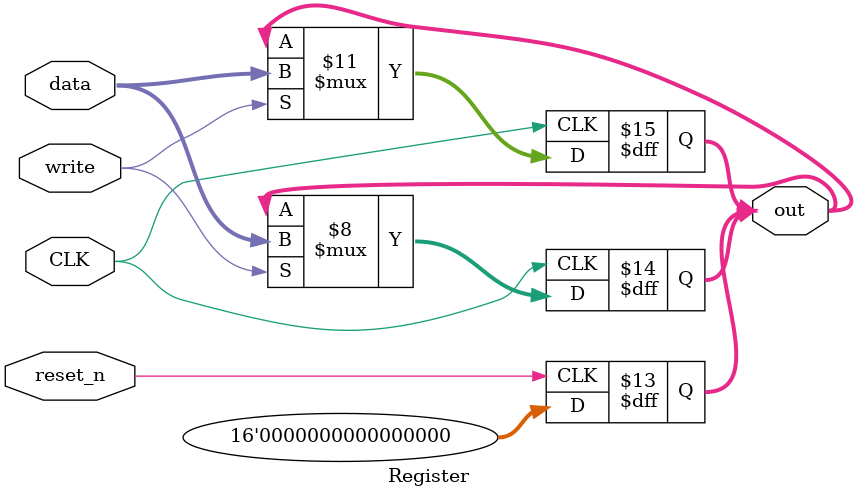
<source format=v>



module Register(
    input write,
    input CLK,
    input [15:0] data,
    input reset_n,
    output [15:0] out
    );
    
    reg[15:0] out;
    
    
    
    initial out<=2'bxxxxxxxxxxxxxxxx;
    
    always @(posedge CLK) begin
    
        if(write==1 ) out<=data;
        else out<=out;    
    end  
    
    //added
    always @(negedge CLK) begin
    
        if(write==1 ) out<=data;
        else out<=out;    
    end
    
    always @(negedge reset_n) begin
        out<=0;
    end
    
   // always@ (out) $display("RF changed : %h", out);
    
endmodule
</source>
